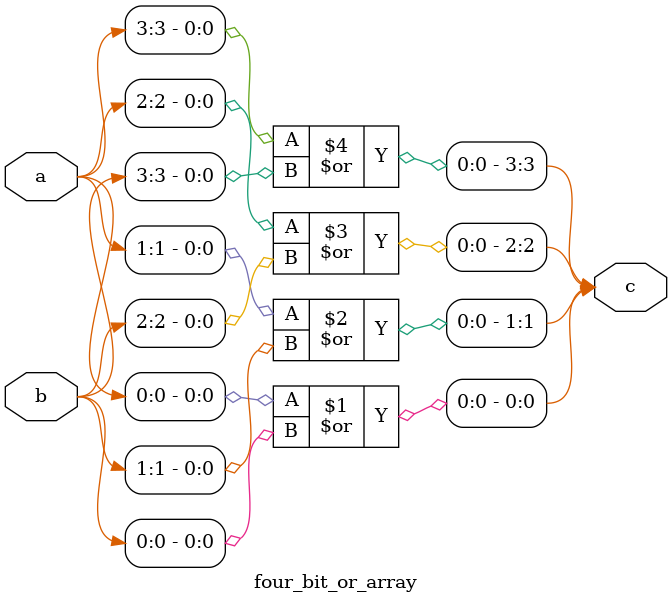
<source format=v>
module four_bit_or_array(
    input [3:0] a,  
    input [3:0] b,  
    output [3:0] c  
);

assign c[0] = a[0] | b[0]; 
assign c[1] = a[1] | b[1]; 
assign c[2] = a[2] | b[2]; 
assign c[3] = a[3] | b[3]; 

endmodule

</source>
